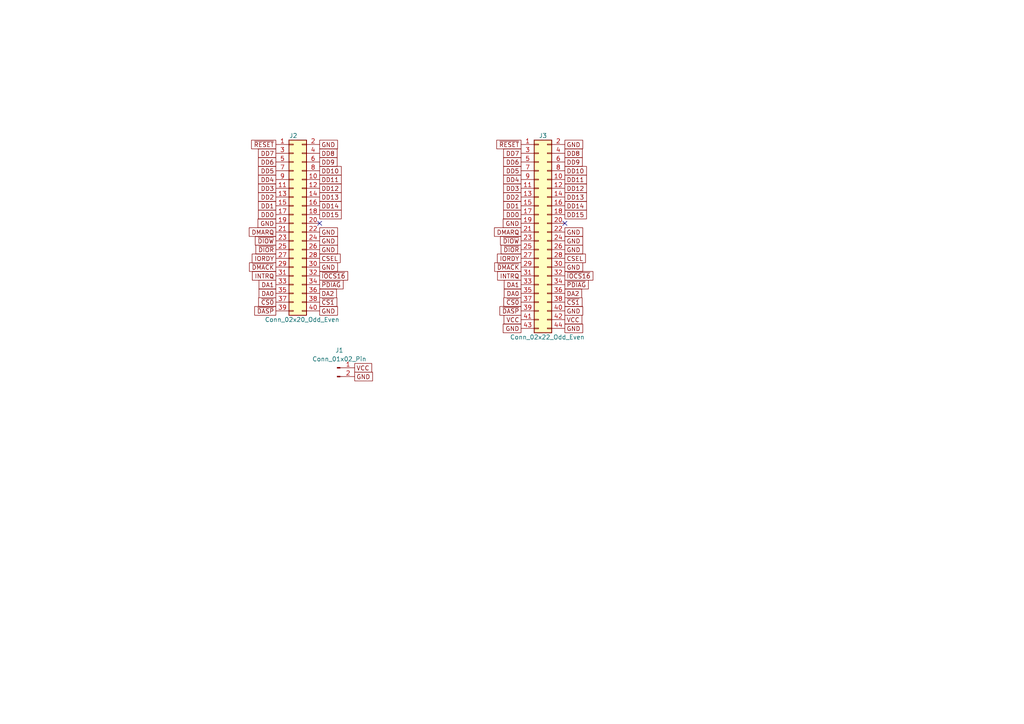
<source format=kicad_sch>
(kicad_sch (version 20250114) (generator "eeschema") (generator_version "9.0")
  (paper "A4")
  (lib_symbols
    (symbol "Connector:Conn_01x02_Pin" (pin_names (offset 1.016) (hide yes))
      (property "Reference" "J" (at 0 2.54 0))
      (property "Value" "Conn_01x02_Pin" (at 0 -5.08 0))
      (symbol "Conn_01x02_Pin_1_1"
        (rectangle (start 0.8636 0.127) (end 0 -0.127) (stroke (width 0.1524)) (fill (type outline)))
        (rectangle (start 0.8636 -2.413) (end 0 -2.667) (stroke (width 0.1524)) (fill (type outline)))
        (polyline (pts (xy 1.27 0) (xy 0.8636 0)) (stroke (width 0.1524)))
        (polyline (pts (xy 1.27 -2.54) (xy 0.8636 -2.54)) (stroke (width 0.1524)))
        (pin passive line (at 5.08 0 180) (length 3.81) (name "Pin_1") (number "1"))
        (pin passive line (at 5.08 -2.54 180) (length 3.81) (name "Pin_2") (number "2"))
      )
    )
    (symbol "Connector_Generic:Conn_02x20_Odd_Even" (pin_names (offset 1.016) (hide yes))
      (property "Reference" "J" (at 1.27 25.4 0))
      (property "Value" "Conn_02x20_Odd_Even" (at 1.27 -27.94 0))
      (symbol "Conn_02x20_Odd_Even_1_1"
        (rectangle (start -1.27 24.13) (end 3.81 -26.67) (stroke (width 0.254)) (fill (type background)))
        (rectangle (start -1.27 22.987) (end 0 22.733) (stroke (width 0.1524)))
        (rectangle (start -1.27 20.447) (end 0 20.193) (stroke (width 0.1524)))
        (rectangle (start -1.27 17.907) (end 0 17.653) (stroke (width 0.1524)))
        (rectangle (start -1.27 15.367) (end 0 15.113) (stroke (width 0.1524)))
        (rectangle (start -1.27 12.827) (end 0 12.573) (stroke (width 0.1524)))
        (rectangle (start -1.27 10.287) (end 0 10.033) (stroke (width 0.1524)))
        (rectangle (start -1.27 7.747) (end 0 7.493) (stroke (width 0.1524)))
        (rectangle (start -1.27 5.207) (end 0 4.953) (stroke (width 0.1524)))
        (rectangle (start -1.27 2.667) (end 0 2.413) (stroke (width 0.1524)))
        (rectangle (start -1.27 0.127) (end 0 -0.127) (stroke (width 0.1524)))
        (rectangle (start -1.27 -2.413) (end 0 -2.667) (stroke (width 0.1524)))
        (rectangle (start -1.27 -4.953) (end 0 -5.207) (stroke (width 0.1524)))
        (rectangle (start -1.27 -7.493) (end 0 -7.747) (stroke (width 0.1524)))
        (rectangle (start -1.27 -10.033) (end 0 -10.287) (stroke (width 0.1524)))
        (rectangle (start -1.27 -12.573) (end 0 -12.827) (stroke (width 0.1524)))
        (rectangle (start -1.27 -15.113) (end 0 -15.367) (stroke (width 0.1524)))
        (rectangle (start -1.27 -17.653) (end 0 -17.907) (stroke (width 0.1524)))
        (rectangle (start -1.27 -20.193) (end 0 -20.447) (stroke (width 0.1524)))
        (rectangle (start -1.27 -22.733) (end 0 -22.987) (stroke (width 0.1524)))
        (rectangle (start -1.27 -25.273) (end 0 -25.527) (stroke (width 0.1524)))
        (rectangle (start 3.81 22.987) (end 2.54 22.733) (stroke (width 0.1524)))
        (rectangle (start 3.81 20.447) (end 2.54 20.193) (stroke (width 0.1524)))
        (rectangle (start 3.81 17.907) (end 2.54 17.653) (stroke (width 0.1524)))
        (rectangle (start 3.81 15.367) (end 2.54 15.113) (stroke (width 0.1524)))
        (rectangle (start 3.81 12.827) (end 2.54 12.573) (stroke (width 0.1524)))
        (rectangle (start 3.81 10.287) (end 2.54 10.033) (stroke (width 0.1524)))
        (rectangle (start 3.81 7.747) (end 2.54 7.493) (stroke (width 0.1524)))
        (rectangle (start 3.81 5.207) (end 2.54 4.953) (stroke (width 0.1524)))
        (rectangle (start 3.81 2.667) (end 2.54 2.413) (stroke (width 0.1524)))
        (rectangle (start 3.81 0.127) (end 2.54 -0.127) (stroke (width 0.1524)))
        (rectangle (start 3.81 -2.413) (end 2.54 -2.667) (stroke (width 0.1524)))
        (rectangle (start 3.81 -4.953) (end 2.54 -5.207) (stroke (width 0.1524)))
        (rectangle (start 3.81 -7.493) (end 2.54 -7.747) (stroke (width 0.1524)))
        (rectangle (start 3.81 -10.033) (end 2.54 -10.287) (stroke (width 0.1524)))
        (rectangle (start 3.81 -12.573) (end 2.54 -12.827) (stroke (width 0.1524)))
        (rectangle (start 3.81 -15.113) (end 2.54 -15.367) (stroke (width 0.1524)))
        (rectangle (start 3.81 -17.653) (end 2.54 -17.907) (stroke (width 0.1524)))
        (rectangle (start 3.81 -20.193) (end 2.54 -20.447) (stroke (width 0.1524)))
        (rectangle (start 3.81 -22.733) (end 2.54 -22.987) (stroke (width 0.1524)))
        (rectangle (start 3.81 -25.273) (end 2.54 -25.527) (stroke (width 0.1524)))
        (pin passive line (at -5.08 22.86 0) (length 3.81) (name "Pin_1") (number "1"))
        (pin passive line (at -5.08 20.32 0) (length 3.81) (name "Pin_3") (number "3"))
        (pin passive line (at -5.08 17.78 0) (length 3.81) (name "Pin_5") (number "5"))
        (pin passive line (at -5.08 15.24 0) (length 3.81) (name "Pin_7") (number "7"))
        (pin passive line (at -5.08 12.7 0) (length 3.81) (name "Pin_9") (number "9"))
        (pin passive line (at -5.08 10.16 0) (length 3.81) (name "Pin_11") (number "11"))
        (pin passive line (at -5.08 7.62 0) (length 3.81) (name "Pin_13") (number "13"))
        (pin passive line (at -5.08 5.08 0) (length 3.81) (name "Pin_15") (number "15"))
        (pin passive line (at -5.08 2.54 0) (length 3.81) (name "Pin_17") (number "17"))
        (pin passive line (at -5.08 0 0) (length 3.81) (name "Pin_19") (number "19"))
        (pin passive line (at -5.08 -2.54 0) (length 3.81) (name "Pin_21") (number "21"))
        (pin passive line (at -5.08 -5.08 0) (length 3.81) (name "Pin_23") (number "23"))
        (pin passive line (at -5.08 -7.62 0) (length 3.81) (name "Pin_25") (number "25"))
        (pin passive line (at -5.08 -10.16 0) (length 3.81) (name "Pin_27") (number "27"))
        (pin passive line (at -5.08 -12.7 0) (length 3.81) (name "Pin_29") (number "29"))
        (pin passive line (at -5.08 -15.24 0) (length 3.81) (name "Pin_31") (number "31"))
        (pin passive line (at -5.08 -17.78 0) (length 3.81) (name "Pin_33") (number "33"))
        (pin passive line (at -5.08 -20.32 0) (length 3.81) (name "Pin_35") (number "35"))
        (pin passive line (at -5.08 -22.86 0) (length 3.81) (name "Pin_37") (number "37"))
        (pin passive line (at -5.08 -25.4 0) (length 3.81) (name "Pin_39") (number "39"))
        (pin passive line (at 7.62 22.86 180) (length 3.81) (name "Pin_2") (number "2"))
        (pin passive line (at 7.62 20.32 180) (length 3.81) (name "Pin_4") (number "4"))
        (pin passive line (at 7.62 17.78 180) (length 3.81) (name "Pin_6") (number "6"))
        (pin passive line (at 7.62 15.24 180) (length 3.81) (name "Pin_8") (number "8"))
        (pin passive line (at 7.62 12.7 180) (length 3.81) (name "Pin_10") (number "10"))
        (pin passive line (at 7.62 10.16 180) (length 3.81) (name "Pin_12") (number "12"))
        (pin passive line (at 7.62 7.62 180) (length 3.81) (name "Pin_14") (number "14"))
        (pin passive line (at 7.62 5.08 180) (length 3.81) (name "Pin_16") (number "16"))
        (pin passive line (at 7.62 2.54 180) (length 3.81) (name "Pin_18") (number "18"))
        (pin passive line (at 7.62 0 180) (length 3.81) (name "Pin_20") (number "20"))
        (pin passive line (at 7.62 -2.54 180) (length 3.81) (name "Pin_22") (number "22"))
        (pin passive line (at 7.62 -5.08 180) (length 3.81) (name "Pin_24") (number "24"))
        (pin passive line (at 7.62 -7.62 180) (length 3.81) (name "Pin_26") (number "26"))
        (pin passive line (at 7.62 -10.16 180) (length 3.81) (name "Pin_28") (number "28"))
        (pin passive line (at 7.62 -12.7 180) (length 3.81) (name "Pin_30") (number "30"))
        (pin passive line (at 7.62 -15.24 180) (length 3.81) (name "Pin_32") (number "32"))
        (pin passive line (at 7.62 -17.78 180) (length 3.81) (name "Pin_34") (number "34"))
        (pin passive line (at 7.62 -20.32 180) (length 3.81) (name "Pin_36") (number "36"))
        (pin passive line (at 7.62 -22.86 180) (length 3.81) (name "Pin_38") (number "38"))
        (pin passive line (at 7.62 -25.4 180) (length 3.81) (name "Pin_40") (number "40"))
      )
    )
    (symbol "Connector_Generic:Conn_02x22_Odd_Even" (pin_names (offset 1.016) (hide yes))
      (property "Reference" "J" (at 1.27 27.94 0))
      (property "Value" "Conn_02x22_Odd_Even" (at 1.27 -30.48 0))
      (symbol "Conn_02x22_Odd_Even_1_1"
        (rectangle (start -1.27 26.67) (end 3.81 -29.21) (stroke (width 0.254)) (fill (type background)))
        (rectangle (start -1.27 25.527) (end 0 25.273) (stroke (width 0.1524)))
        (rectangle (start -1.27 22.987) (end 0 22.733) (stroke (width 0.1524)))
        (rectangle (start -1.27 20.447) (end 0 20.193) (stroke (width 0.1524)))
        (rectangle (start -1.27 17.907) (end 0 17.653) (stroke (width 0.1524)))
        (rectangle (start -1.27 15.367) (end 0 15.113) (stroke (width 0.1524)))
        (rectangle (start -1.27 12.827) (end 0 12.573) (stroke (width 0.1524)))
        (rectangle (start -1.27 10.287) (end 0 10.033) (stroke (width 0.1524)))
        (rectangle (start -1.27 7.747) (end 0 7.493) (stroke (width 0.1524)))
        (rectangle (start -1.27 5.207) (end 0 4.953) (stroke (width 0.1524)))
        (rectangle (start -1.27 2.667) (end 0 2.413) (stroke (width 0.1524)))
        (rectangle (start -1.27 0.127) (end 0 -0.127) (stroke (width 0.1524)))
        (rectangle (start -1.27 -2.413) (end 0 -2.667) (stroke (width 0.1524)))
        (rectangle (start -1.27 -4.953) (end 0 -5.207) (stroke (width 0.1524)))
        (rectangle (start -1.27 -7.493) (end 0 -7.747) (stroke (width 0.1524)))
        (rectangle (start -1.27 -10.033) (end 0 -10.287) (stroke (width 0.1524)))
        (rectangle (start -1.27 -12.573) (end 0 -12.827) (stroke (width 0.1524)))
        (rectangle (start -1.27 -15.113) (end 0 -15.367) (stroke (width 0.1524)))
        (rectangle (start -1.27 -17.653) (end 0 -17.907) (stroke (width 0.1524)))
        (rectangle (start -1.27 -20.193) (end 0 -20.447) (stroke (width 0.1524)))
        (rectangle (start -1.27 -22.733) (end 0 -22.987) (stroke (width 0.1524)))
        (rectangle (start -1.27 -25.273) (end 0 -25.527) (stroke (width 0.1524)))
        (rectangle (start -1.27 -27.813) (end 0 -28.067) (stroke (width 0.1524)))
        (rectangle (start 3.81 25.527) (end 2.54 25.273) (stroke (width 0.1524)))
        (rectangle (start 3.81 22.987) (end 2.54 22.733) (stroke (width 0.1524)))
        (rectangle (start 3.81 20.447) (end 2.54 20.193) (stroke (width 0.1524)))
        (rectangle (start 3.81 17.907) (end 2.54 17.653) (stroke (width 0.1524)))
        (rectangle (start 3.81 15.367) (end 2.54 15.113) (stroke (width 0.1524)))
        (rectangle (start 3.81 12.827) (end 2.54 12.573) (stroke (width 0.1524)))
        (rectangle (start 3.81 10.287) (end 2.54 10.033) (stroke (width 0.1524)))
        (rectangle (start 3.81 7.747) (end 2.54 7.493) (stroke (width 0.1524)))
        (rectangle (start 3.81 5.207) (end 2.54 4.953) (stroke (width 0.1524)))
        (rectangle (start 3.81 2.667) (end 2.54 2.413) (stroke (width 0.1524)))
        (rectangle (start 3.81 0.127) (end 2.54 -0.127) (stroke (width 0.1524)))
        (rectangle (start 3.81 -2.413) (end 2.54 -2.667) (stroke (width 0.1524)))
        (rectangle (start 3.81 -4.953) (end 2.54 -5.207) (stroke (width 0.1524)))
        (rectangle (start 3.81 -7.493) (end 2.54 -7.747) (stroke (width 0.1524)))
        (rectangle (start 3.81 -10.033) (end 2.54 -10.287) (stroke (width 0.1524)))
        (rectangle (start 3.81 -12.573) (end 2.54 -12.827) (stroke (width 0.1524)))
        (rectangle (start 3.81 -15.113) (end 2.54 -15.367) (stroke (width 0.1524)))
        (rectangle (start 3.81 -17.653) (end 2.54 -17.907) (stroke (width 0.1524)))
        (rectangle (start 3.81 -20.193) (end 2.54 -20.447) (stroke (width 0.1524)))
        (rectangle (start 3.81 -22.733) (end 2.54 -22.987) (stroke (width 0.1524)))
        (rectangle (start 3.81 -25.273) (end 2.54 -25.527) (stroke (width 0.1524)))
        (rectangle (start 3.81 -27.813) (end 2.54 -28.067) (stroke (width 0.1524)))
        (pin passive line (at -5.08 25.4 0) (length 3.81) (name "Pin_1") (number "1"))
        (pin passive line (at -5.08 22.86 0) (length 3.81) (name "Pin_3") (number "3"))
        (pin passive line (at -5.08 20.32 0) (length 3.81) (name "Pin_5") (number "5"))
        (pin passive line (at -5.08 17.78 0) (length 3.81) (name "Pin_7") (number "7"))
        (pin passive line (at -5.08 15.24 0) (length 3.81) (name "Pin_9") (number "9"))
        (pin passive line (at -5.08 12.7 0) (length 3.81) (name "Pin_11") (number "11"))
        (pin passive line (at -5.08 10.16 0) (length 3.81) (name "Pin_13") (number "13"))
        (pin passive line (at -5.08 7.62 0) (length 3.81) (name "Pin_15") (number "15"))
        (pin passive line (at -5.08 5.08 0) (length 3.81) (name "Pin_17") (number "17"))
        (pin passive line (at -5.08 2.54 0) (length 3.81) (name "Pin_19") (number "19"))
        (pin passive line (at -5.08 0 0) (length 3.81) (name "Pin_21") (number "21"))
        (pin passive line (at -5.08 -2.54 0) (length 3.81) (name "Pin_23") (number "23"))
        (pin passive line (at -5.08 -5.08 0) (length 3.81) (name "Pin_25") (number "25"))
        (pin passive line (at -5.08 -7.62 0) (length 3.81) (name "Pin_27") (number "27"))
        (pin passive line (at -5.08 -10.16 0) (length 3.81) (name "Pin_29") (number "29"))
        (pin passive line (at -5.08 -12.7 0) (length 3.81) (name "Pin_31") (number "31"))
        (pin passive line (at -5.08 -15.24 0) (length 3.81) (name "Pin_33") (number "33"))
        (pin passive line (at -5.08 -17.78 0) (length 3.81) (name "Pin_35") (number "35"))
        (pin passive line (at -5.08 -20.32 0) (length 3.81) (name "Pin_37") (number "37"))
        (pin passive line (at -5.08 -22.86 0) (length 3.81) (name "Pin_39") (number "39"))
        (pin passive line (at -5.08 -25.4 0) (length 3.81) (name "Pin_41") (number "41"))
        (pin passive line (at -5.08 -27.94 0) (length 3.81) (name "Pin_43") (number "43"))
        (pin passive line (at 7.62 25.4 180) (length 3.81) (name "Pin_2") (number "2"))
        (pin passive line (at 7.62 22.86 180) (length 3.81) (name "Pin_4") (number "4"))
        (pin passive line (at 7.62 20.32 180) (length 3.81) (name "Pin_6") (number "6"))
        (pin passive line (at 7.62 17.78 180) (length 3.81) (name "Pin_8") (number "8"))
        (pin passive line (at 7.62 15.24 180) (length 3.81) (name "Pin_10") (number "10"))
        (pin passive line (at 7.62 12.7 180) (length 3.81) (name "Pin_12") (number "12"))
        (pin passive line (at 7.62 10.16 180) (length 3.81) (name "Pin_14") (number "14"))
        (pin passive line (at 7.62 7.62 180) (length 3.81) (name "Pin_16") (number "16"))
        (pin passive line (at 7.62 5.08 180) (length 3.81) (name "Pin_18") (number "18"))
        (pin passive line (at 7.62 2.54 180) (length 3.81) (name "Pin_20") (number "20"))
        (pin passive line (at 7.62 0 180) (length 3.81) (name "Pin_22") (number "22"))
        (pin passive line (at 7.62 -2.54 180) (length 3.81) (name "Pin_24") (number "24"))
        (pin passive line (at 7.62 -5.08 180) (length 3.81) (name "Pin_26") (number "26"))
        (pin passive line (at 7.62 -7.62 180) (length 3.81) (name "Pin_28") (number "28"))
        (pin passive line (at 7.62 -10.16 180) (length 3.81) (name "Pin_30") (number "30"))
        (pin passive line (at 7.62 -12.7 180) (length 3.81) (name "Pin_32") (number "32"))
        (pin passive line (at 7.62 -15.24 180) (length 3.81) (name "Pin_34") (number "34"))
        (pin passive line (at 7.62 -17.78 180) (length 3.81) (name "Pin_36") (number "36"))
        (pin passive line (at 7.62 -20.32 180) (length 3.81) (name "Pin_38") (number "38"))
        (pin passive line (at 7.62 -22.86 180) (length 3.81) (name "Pin_40") (number "40"))
        (pin passive line (at 7.62 -25.4 180) (length 3.81) (name "Pin_42") (number "42"))
        (pin passive line (at 7.62 -27.94 180) (length 3.81) (name "Pin_44") (number "44"))
      )
    )
  )
  (no_connect (at 163.83 64.77))
  (no_connect (at 92.71 64.77))
  (global_label "DD5" (shape passive) (at 80.01 49.53 180) (property "Intersheetrefs" "${INTERSHEET_REFS}" (effects (hide yes))))
  (global_label "VCC" (shape passive) (at 163.83 92.71 0) (property "Intersheetrefs" "${INTERSHEET_REFS}" (effects (hide yes))))
  (global_label "GND" (shape passive) (at 151.13 64.77 180) (property "Intersheetrefs" "${INTERSHEET_REFS}" (effects (hide yes))))
  (global_label "GND" (shape passive) (at 102.87 109.22 0) (property "Intersheetrefs" "${INTERSHEET_REFS}" (effects (hide yes))))
  (global_label "DD4" (shape passive) (at 80.01 52.07 180) (property "Intersheetrefs" "${INTERSHEET_REFS}" (effects (hide yes))))
  (global_label "DD4" (shape passive) (at 151.13 52.07 180) (property "Intersheetrefs" "${INTERSHEET_REFS}" (effects (hide yes))))
  (global_label "~{DASP}" (shape passive) (at 151.13 90.17 180) (property "Intersheetrefs" "${INTERSHEET_REFS}" (effects (hide yes))))
  (global_label "DD6" (shape passive) (at 151.13 46.99 180) (property "Intersheetrefs" "${INTERSHEET_REFS}" (effects (hide yes))))
  (global_label "DA2" (shape passive) (at 163.83 85.09 0) (property "Intersheetrefs" "${INTERSHEET_REFS}" (effects (hide yes))))
  (global_label "DD2" (shape passive) (at 151.13 57.15 180) (property "Intersheetrefs" "${INTERSHEET_REFS}" (effects (hide yes))))
  (global_label "GND" (shape passive) (at 163.83 95.25 0) (property "Intersheetrefs" "${INTERSHEET_REFS}" (effects (hide yes))))
  (global_label "~{CS1}" (shape passive) (at 163.83 87.63 0) (property "Intersheetrefs" "${INTERSHEET_REFS}" (effects (hide yes))))
  (global_label "DD14" (shape passive) (at 163.83 59.69 0) (property "Intersheetrefs" "${INTERSHEET_REFS}" (effects (hide yes))))
  (global_label "GND" (shape passive) (at 92.71 67.31 0) (property "Intersheetrefs" "${INTERSHEET_REFS}" (effects (hide yes))))
  (global_label "CSEL" (shape passive) (at 163.83 74.93 0) (property "Intersheetrefs" "${INTERSHEET_REFS}" (effects (hide yes))))
  (global_label "~{DMACK}" (shape passive) (at 80.01 77.47 180) (property "Intersheetrefs" "${INTERSHEET_REFS}" (effects (hide yes))))
  (global_label "GND" (shape passive) (at 163.83 77.47 0) (property "Intersheetrefs" "${INTERSHEET_REFS}" (effects (hide yes))))
  (global_label "DD12" (shape passive) (at 163.83 54.61 0) (property "Intersheetrefs" "${INTERSHEET_REFS}" (effects (hide yes))))
  (global_label "GND" (shape passive) (at 80.01 64.77 180) (property "Intersheetrefs" "${INTERSHEET_REFS}" (effects (hide yes))))
  (global_label "GND" (shape passive) (at 92.71 72.39 0) (property "Intersheetrefs" "${INTERSHEET_REFS}" (effects (hide yes))))
  (global_label "~{DMACK}" (shape passive) (at 151.13 77.47 180) (property "Intersheetrefs" "${INTERSHEET_REFS}" (effects (hide yes))))
  (global_label "GND" (shape passive) (at 163.83 41.91 0) (property "Intersheetrefs" "${INTERSHEET_REFS}" (effects (hide yes))))
  (global_label "~{DIOW}" (shape passive) (at 151.13 69.85 180) (property "Intersheetrefs" "${INTERSHEET_REFS}" (effects (hide yes))))
  (global_label "DD6" (shape passive) (at 80.01 46.99 180) (property "Intersheetrefs" "${INTERSHEET_REFS}" (effects (hide yes))))
  (global_label "~{CS0}" (shape passive) (at 80.01 87.63 180) (property "Intersheetrefs" "${INTERSHEET_REFS}" (effects (hide yes))))
  (global_label "DA2" (shape passive) (at 92.71 85.09 0) (property "Intersheetrefs" "${INTERSHEET_REFS}" (effects (hide yes))))
  (global_label "IORDY" (shape passive) (at 80.01 74.93 180) (property "Intersheetrefs" "${INTERSHEET_REFS}" (effects (hide yes))))
  (global_label "DD9" (shape passive) (at 92.71 46.99 0) (property "Intersheetrefs" "${INTERSHEET_REFS}" (effects (hide yes))))
  (global_label "DD8" (shape passive) (at 92.71 44.45 0) (property "Intersheetrefs" "${INTERSHEET_REFS}" (effects (hide yes))))
  (global_label "~{DIOW}" (shape passive) (at 80.01 69.85 180) (property "Intersheetrefs" "${INTERSHEET_REFS}" (effects (hide yes))))
  (global_label "GND" (shape passive) (at 92.71 41.91 0) (property "Intersheetrefs" "${INTERSHEET_REFS}" (effects (hide yes))))
  (global_label "DD15" (shape passive) (at 163.83 62.23 0) (property "Intersheetrefs" "${INTERSHEET_REFS}" (effects (hide yes))))
  (global_label "~{RESET}" (shape passive) (at 80.01 41.91 180) (property "Intersheetrefs" "${INTERSHEET_REFS}" (effects (hide yes))))
  (global_label "VCC" (shape passive) (at 151.13 92.71 180) (property "Intersheetrefs" "${INTERSHEET_REFS}" (effects (hide yes))))
  (global_label "DD14" (shape passive) (at 92.71 59.69 0) (property "Intersheetrefs" "${INTERSHEET_REFS}" (effects (hide yes))))
  (global_label "GND" (shape passive) (at 92.71 90.17 0) (property "Intersheetrefs" "${INTERSHEET_REFS}" (effects (hide yes))))
  (global_label "DD9" (shape passive) (at 163.83 46.99 0) (property "Intersheetrefs" "${INTERSHEET_REFS}" (effects (hide yes))))
  (global_label "DD12" (shape passive) (at 92.71 54.61 0) (property "Intersheetrefs" "${INTERSHEET_REFS}" (effects (hide yes))))
  (global_label "DD3" (shape passive) (at 151.13 54.61 180) (property "Intersheetrefs" "${INTERSHEET_REFS}" (effects (hide yes))))
  (global_label "DD7" (shape passive) (at 80.01 44.45 180) (property "Intersheetrefs" "${INTERSHEET_REFS}" (effects (hide yes))))
  (global_label "IORDY" (shape passive) (at 151.13 74.93 180) (property "Intersheetrefs" "${INTERSHEET_REFS}" (effects (hide yes))))
  (global_label "DD13" (shape passive) (at 92.71 57.15 0) (property "Intersheetrefs" "${INTERSHEET_REFS}" (effects (hide yes))))
  (global_label "~{PDIAG}" (shape passive) (at 92.71 82.55 0) (property "Intersheetrefs" "${INTERSHEET_REFS}" (effects (hide yes))))
  (global_label "DD7" (shape passive) (at 151.13 44.45 180) (property "Intersheetrefs" "${INTERSHEET_REFS}" (effects (hide yes))))
  (global_label "DA0" (shape passive) (at 80.01 85.09 180) (property "Intersheetrefs" "${INTERSHEET_REFS}" (effects (hide yes))))
  (global_label "~{CS1}" (shape passive) (at 92.71 87.63 0) (property "Intersheetrefs" "${INTERSHEET_REFS}" (effects (hide yes))))
  (global_label "DD1" (shape passive) (at 151.13 59.69 180) (property "Intersheetrefs" "${INTERSHEET_REFS}" (effects (hide yes))))
  (global_label "GND" (shape passive) (at 163.83 90.17 0) (property "Intersheetrefs" "${INTERSHEET_REFS}" (effects (hide yes))))
  (global_label "~{CS0}" (shape passive) (at 151.13 87.63 180) (property "Intersheetrefs" "${INTERSHEET_REFS}" (effects (hide yes))))
  (global_label "GND" (shape passive) (at 163.83 67.31 0) (property "Intersheetrefs" "${INTERSHEET_REFS}" (effects (hide yes))))
  (global_label "~{IOCS16}" (shape passive) (at 92.71 80.01 0) (property "Intersheetrefs" "${INTERSHEET_REFS}" (effects (hide yes))))
  (global_label "DD10" (shape passive) (at 163.83 49.53 0) (property "Intersheetrefs" "${INTERSHEET_REFS}" (effects (hide yes))))
  (global_label "DD13" (shape passive) (at 163.83 57.15 0) (property "Intersheetrefs" "${INTERSHEET_REFS}" (effects (hide yes))))
  (global_label "DD0" (shape passive) (at 151.13 62.23 180) (property "Intersheetrefs" "${INTERSHEET_REFS}" (effects (hide yes))))
  (global_label "GND" (shape passive) (at 92.71 69.85 0) (property "Intersheetrefs" "${INTERSHEET_REFS}" (effects (hide yes))))
  (global_label "GND" (shape passive) (at 163.83 72.39 0) (property "Intersheetrefs" "${INTERSHEET_REFS}" (effects (hide yes))))
  (global_label "DD15" (shape passive) (at 92.71 62.23 0) (property "Intersheetrefs" "${INTERSHEET_REFS}" (effects (hide yes))))
  (global_label "DD10" (shape passive) (at 92.71 49.53 0) (property "Intersheetrefs" "${INTERSHEET_REFS}" (effects (hide yes))))
  (global_label "~{DIOR}" (shape passive) (at 151.13 72.39 180) (property "Intersheetrefs" "${INTERSHEET_REFS}" (effects (hide yes))))
  (global_label "~{RESET}" (shape passive) (at 151.13 41.91 180) (property "Intersheetrefs" "${INTERSHEET_REFS}" (effects (hide yes))))
  (global_label "GND" (shape passive) (at 151.13 95.25 180) (property "Intersheetrefs" "${INTERSHEET_REFS}" (effects (hide yes))))
  (global_label "~{DIOR}" (shape passive) (at 80.01 72.39 180) (property "Intersheetrefs" "${INTERSHEET_REFS}" (effects (hide yes))))
  (global_label "DD3" (shape passive) (at 80.01 54.61 180) (property "Intersheetrefs" "${INTERSHEET_REFS}" (effects (hide yes))))
  (global_label "CSEL" (shape passive) (at 92.71 74.93 0) (property "Intersheetrefs" "${INTERSHEET_REFS}" (effects (hide yes))))
  (global_label "DD0" (shape passive) (at 80.01 62.23 180) (property "Intersheetrefs" "${INTERSHEET_REFS}" (effects (hide yes))))
  (global_label "DA1" (shape passive) (at 151.13 82.55 180) (property "Intersheetrefs" "${INTERSHEET_REFS}" (effects (hide yes))))
  (global_label "DD11" (shape passive) (at 92.71 52.07 0) (property "Intersheetrefs" "${INTERSHEET_REFS}" (effects (hide yes))))
  (global_label "DD5" (shape passive) (at 151.13 49.53 180) (property "Intersheetrefs" "${INTERSHEET_REFS}" (effects (hide yes))))
  (global_label "DMARQ" (shape passive) (at 80.01 67.31 180) (property "Intersheetrefs" "${INTERSHEET_REFS}" (effects (hide yes))))
  (global_label "~{PDIAG}" (shape passive) (at 163.83 82.55 0) (property "Intersheetrefs" "${INTERSHEET_REFS}" (effects (hide yes))))
  (global_label "INTRQ" (shape passive) (at 80.01 80.01 180) (property "Intersheetrefs" "${INTERSHEET_REFS}" (effects (hide yes))))
  (global_label "~{IOCS16}" (shape passive) (at 163.83 80.01 0) (property "Intersheetrefs" "${INTERSHEET_REFS}" (effects (hide yes))))
  (global_label "DMARQ" (shape passive) (at 151.13 67.31 180) (property "Intersheetrefs" "${INTERSHEET_REFS}" (effects (hide yes))))
  (global_label "GND" (shape passive) (at 92.71 77.47 0) (property "Intersheetrefs" "${INTERSHEET_REFS}" (effects (hide yes))))
  (global_label "~{DASP}" (shape passive) (at 80.01 90.17 180) (property "Intersheetrefs" "${INTERSHEET_REFS}" (effects (hide yes))))
  (global_label "DA1" (shape passive) (at 80.01 82.55 180) (property "Intersheetrefs" "${INTERSHEET_REFS}" (effects (hide yes))))
  (global_label "DA0" (shape passive) (at 151.13 85.09 180) (property "Intersheetrefs" "${INTERSHEET_REFS}" (effects (hide yes))))
  (global_label "DD1" (shape passive) (at 80.01 59.69 180) (property "Intersheetrefs" "${INTERSHEET_REFS}" (effects (hide yes))))
  (global_label "DD11" (shape passive) (at 163.83 52.07 0) (property "Intersheetrefs" "${INTERSHEET_REFS}" (effects (hide yes))))
  (global_label "DD8" (shape passive) (at 163.83 44.45 0) (property "Intersheetrefs" "${INTERSHEET_REFS}" (effects (hide yes))))
  (global_label "INTRQ" (shape passive) (at 151.13 80.01 180) (property "Intersheetrefs" "${INTERSHEET_REFS}" (effects (hide yes))))
  (global_label "DD2" (shape passive) (at 80.01 57.15 180) (property "Intersheetrefs" "${INTERSHEET_REFS}" (effects (hide yes))))
  (global_label "GND" (shape passive) (at 163.83 69.85 0) (property "Intersheetrefs" "${INTERSHEET_REFS}" (effects (hide yes))))
  (global_label "VCC" (shape passive) (at 102.87 106.68 0) (property "Intersheetrefs" "${INTERSHEET_REFS}" (effects (hide yes))))
  (symbol (lib_id "Connector_Generic:Conn_02x20_Odd_Even") (at 85.09 64.77 0) (unit 1)
    (property "Reference" "J2" (at 85.09 39.37 0))
    (property "Value" "Conn_02x20_Odd_Even" (at 87.63 92.71 0))
    (property "Footprint" "Connector_PinHeader_2.54mm:PinHeader_2x20_P2.54mm_Vertical" (effects (hide yes)))
    (property "Description" "Generic connector, double row, 02x20, odd/even pin numbering scheme (row 1 odd numbers, row 2 even numbers), script generated (kicad-library-utils/schlib/autogen/connector/)" (effects (hide yes)))
    (property "Vendor" "uk.farnell.com 1106737" (effects (hide yes)))
  )
  (symbol (lib_id "Connector_Generic:Conn_02x22_Odd_Even") (at 156.21 67.31 0) (unit 1)
    (property "Reference" "J3" (at 157.48 39.37 0))
    (property "Value" "Conn_02x22_Odd_Even" (at 158.75 97.79 0))
    (property "Footprint" "Connector_PinHeader_2.00mm:PinHeader_2x22_P2.00mm_Vertical" (effects (hide yes)))
    (property "Description" "Generic connector, double row, 02x22, odd/even pin numbering scheme (row 1 odd numbers, row 2 even numbers), script generated (kicad-library-utils/schlib/autogen/connector/)" (effects (hide yes)))
    (property "Vendor" "uk.farnell.com 1756945" (effects (hide yes)))
  )
  (symbol (lib_id "Connector:Conn_01x02_Pin") (at 97.79 106.68 0) (unit 1)
    (property "Reference" "J1" (at 98.425 101.6 0))
    (property "Value" "Conn_01x02_Pin" (at 98.425 104.14 0))
    (property "Footprint" "Connector_PinHeader_2.54mm:PinHeader_1x02_P2.54mm_Vertical" (effects (hide yes)))
    (property "Description" "Generic connector, single row, 01x02, script generated" (effects (hide yes)))
  )
)
</source>
